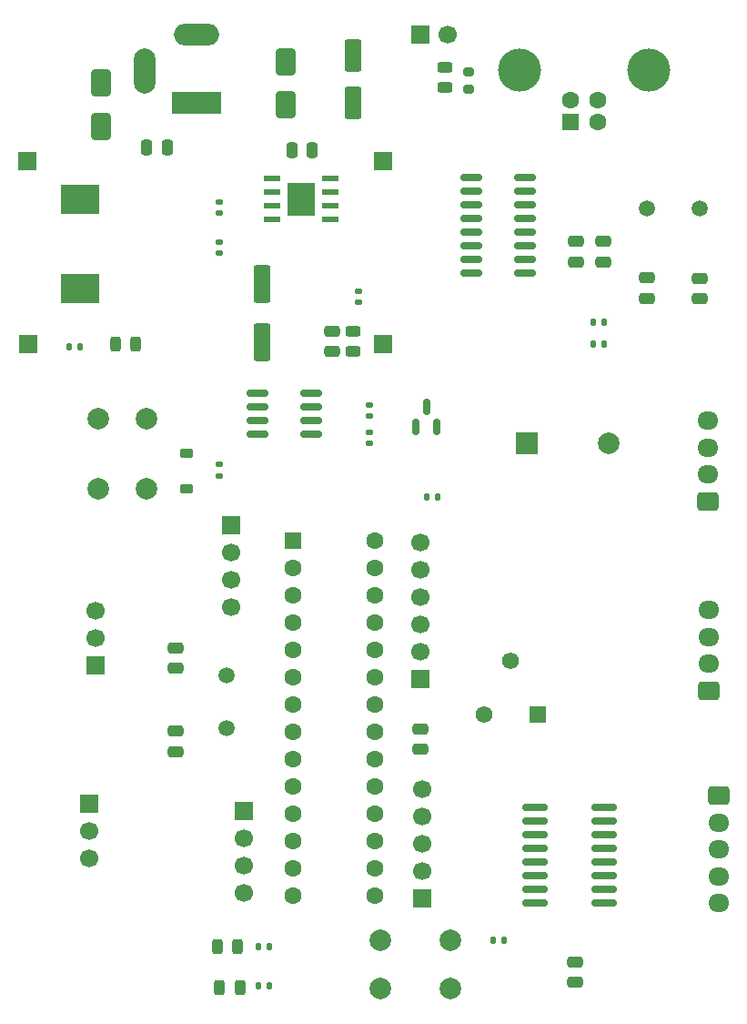
<source format=gbr>
%TF.GenerationSoftware,KiCad,Pcbnew,9.0.2*%
%TF.CreationDate,2025-09-24T13:25:18+05:30*%
%TF.ProjectId,UNO STEMc3.1,554e4f20-5354-4454-9d63-332e312e6b69,rev?*%
%TF.SameCoordinates,Original*%
%TF.FileFunction,Soldermask,Top*%
%TF.FilePolarity,Negative*%
%FSLAX46Y46*%
G04 Gerber Fmt 4.6, Leading zero omitted, Abs format (unit mm)*
G04 Created by KiCad (PCBNEW 9.0.2) date 2025-09-24 13:25:18*
%MOMM*%
%LPD*%
G01*
G04 APERTURE LIST*
G04 Aperture macros list*
%AMRoundRect*
0 Rectangle with rounded corners*
0 $1 Rounding radius*
0 $2 $3 $4 $5 $6 $7 $8 $9 X,Y pos of 4 corners*
0 Add a 4 corners polygon primitive as box body*
4,1,4,$2,$3,$4,$5,$6,$7,$8,$9,$2,$3,0*
0 Add four circle primitives for the rounded corners*
1,1,$1+$1,$2,$3*
1,1,$1+$1,$4,$5*
1,1,$1+$1,$6,$7*
1,1,$1+$1,$8,$9*
0 Add four rect primitives between the rounded corners*
20,1,$1+$1,$2,$3,$4,$5,0*
20,1,$1+$1,$4,$5,$6,$7,0*
20,1,$1+$1,$6,$7,$8,$9,0*
20,1,$1+$1,$8,$9,$2,$3,0*%
G04 Aperture macros list end*
%ADD10RoundRect,0.250000X0.725000X-0.600000X0.725000X0.600000X-0.725000X0.600000X-0.725000X-0.600000X0*%
%ADD11O,1.950000X1.700000*%
%ADD12RoundRect,0.243750X0.456250X-0.243750X0.456250X0.243750X-0.456250X0.243750X-0.456250X-0.243750X0*%
%ADD13RoundRect,0.250000X-0.550000X-0.550000X0.550000X-0.550000X0.550000X0.550000X-0.550000X0.550000X0*%
%ADD14C,1.600000*%
%ADD15RoundRect,0.225000X-0.375000X0.225000X-0.375000X-0.225000X0.375000X-0.225000X0.375000X0.225000X0*%
%ADD16R,1.700000X1.700000*%
%ADD17C,1.700000*%
%ADD18RoundRect,0.135000X0.135000X0.185000X-0.135000X0.185000X-0.135000X-0.185000X0.135000X-0.185000X0*%
%ADD19RoundRect,0.250000X0.475000X-0.250000X0.475000X0.250000X-0.475000X0.250000X-0.475000X-0.250000X0*%
%ADD20R,3.600000X2.700000*%
%ADD21RoundRect,0.243750X-0.243750X-0.456250X0.243750X-0.456250X0.243750X0.456250X-0.243750X0.456250X0*%
%ADD22RoundRect,0.135000X0.185000X-0.135000X0.185000X0.135000X-0.185000X0.135000X-0.185000X-0.135000X0*%
%ADD23RoundRect,0.250000X-0.475000X0.250000X-0.475000X-0.250000X0.475000X-0.250000X0.475000X0.250000X0*%
%ADD24R,1.550000X0.600000*%
%ADD25R,2.600000X3.100000*%
%ADD26RoundRect,0.135000X-0.135000X-0.185000X0.135000X-0.185000X0.135000X0.185000X-0.135000X0.185000X0*%
%ADD27RoundRect,0.135000X-0.185000X0.135000X-0.185000X-0.135000X0.185000X-0.135000X0.185000X0.135000X0*%
%ADD28RoundRect,0.243750X0.243750X0.456250X-0.243750X0.456250X-0.243750X-0.456250X0.243750X-0.456250X0*%
%ADD29R,1.600000X1.600000*%
%ADD30C,4.000000*%
%ADD31R,4.600000X2.000000*%
%ADD32O,4.200000X2.000000*%
%ADD33O,2.000000X4.200000*%
%ADD34C,1.500000*%
%ADD35RoundRect,0.250000X0.250000X0.475000X-0.250000X0.475000X-0.250000X-0.475000X0.250000X-0.475000X0*%
%ADD36C,2.000000*%
%ADD37RoundRect,0.250000X0.650000X-1.000000X0.650000X1.000000X-0.650000X1.000000X-0.650000X-1.000000X0*%
%ADD38RoundRect,0.250000X0.550000X-1.250000X0.550000X1.250000X-0.550000X1.250000X-0.550000X-1.250000X0*%
%ADD39RoundRect,0.250000X-0.250000X-0.475000X0.250000X-0.475000X0.250000X0.475000X-0.250000X0.475000X0*%
%ADD40RoundRect,0.250000X-0.725000X0.600000X-0.725000X-0.600000X0.725000X-0.600000X0.725000X0.600000X0*%
%ADD41R,2.000000X2.000000*%
%ADD42RoundRect,0.150000X0.150000X-0.587500X0.150000X0.587500X-0.150000X0.587500X-0.150000X-0.587500X0*%
%ADD43RoundRect,0.150000X0.825000X0.150000X-0.825000X0.150000X-0.825000X-0.150000X0.825000X-0.150000X0*%
%ADD44RoundRect,0.200000X0.275000X-0.200000X0.275000X0.200000X-0.275000X0.200000X-0.275000X-0.200000X0*%
%ADD45RoundRect,0.150000X-1.050000X-0.150000X1.050000X-0.150000X1.050000X0.150000X-1.050000X0.150000X0*%
%ADD46R,1.560000X1.560000*%
%ADD47C,1.560000*%
%ADD48RoundRect,0.250000X-0.550000X1.500000X-0.550000X-1.500000X0.550000X-1.500000X0.550000X1.500000X0*%
G04 APERTURE END LIST*
D10*
%TO.C,J4*%
X127732114Y-130400000D03*
D11*
X127732114Y-127900000D03*
X127732114Y-125400000D03*
X127732114Y-122900000D03*
%TD*%
D12*
%TO.C,D3*%
X94750000Y-116437500D03*
X94750000Y-114562500D03*
%TD*%
D13*
%TO.C,U6*%
X89130000Y-134060000D03*
D14*
X89130000Y-136600000D03*
X89130000Y-139140000D03*
X89130000Y-141680000D03*
X89130000Y-144220000D03*
X89130000Y-146760000D03*
X89130000Y-149300000D03*
X89130000Y-151840000D03*
X89130000Y-154380000D03*
X89130000Y-156920000D03*
X89130000Y-159460000D03*
X89130000Y-162000000D03*
X89130000Y-164540000D03*
X89130000Y-167080000D03*
X96750000Y-167080000D03*
X96750000Y-164540000D03*
X96750000Y-162000000D03*
X96750000Y-159460000D03*
X96750000Y-156920000D03*
X96750000Y-154380000D03*
X96750000Y-151840000D03*
X96750000Y-149300000D03*
X96750000Y-146760000D03*
X96750000Y-144220000D03*
X96750000Y-141680000D03*
X96750000Y-139140000D03*
X96750000Y-136600000D03*
X96750000Y-134060000D03*
%TD*%
D15*
%TO.C,D5*%
X79250000Y-125950000D03*
X79250000Y-129250000D03*
%TD*%
D16*
%TO.C,J6*%
X84600000Y-159180000D03*
D17*
X84600000Y-161720000D03*
X84600000Y-164260000D03*
X84600000Y-166800000D03*
%TD*%
D18*
%TO.C,R11*%
X108770000Y-171250000D03*
X107750000Y-171250000D03*
%TD*%
%TO.C,R17*%
X69310000Y-116000000D03*
X68290000Y-116000000D03*
%TD*%
D19*
%TO.C,C17*%
X78250000Y-145950000D03*
X78250000Y-144050000D03*
%TD*%
D12*
%TO.C,D4*%
X103250000Y-91937500D03*
X103250000Y-90062500D03*
%TD*%
D20*
%TO.C,L1*%
X69300000Y-102350000D03*
X69300000Y-110650000D03*
%TD*%
D21*
%TO.C,D11*%
X72662500Y-115800000D03*
X74537500Y-115800000D03*
%TD*%
D22*
%TO.C,R3*%
X82250000Y-107347500D03*
X82250000Y-106327500D03*
%TD*%
D23*
%TO.C,C18*%
X78250000Y-151762500D03*
X78250000Y-153662500D03*
%TD*%
%TO.C,C14*%
X122100000Y-109620000D03*
X122100000Y-111520000D03*
%TD*%
D19*
%TO.C,C10*%
X118000000Y-108120000D03*
X118000000Y-106220000D03*
%TD*%
D24*
%TO.C,U2*%
X87200000Y-100395000D03*
X87200000Y-101665000D03*
X87200000Y-102935000D03*
X87200000Y-104205000D03*
X92600000Y-104205000D03*
X92600000Y-102935000D03*
X92600000Y-101665000D03*
X92600000Y-100395000D03*
D25*
X89900000Y-102300000D03*
%TD*%
D26*
%TO.C,R6*%
X117065000Y-115750000D03*
X118085000Y-115750000D03*
%TD*%
D27*
%TO.C,R1*%
X96250000Y-121480000D03*
X96250000Y-122500000D03*
%TD*%
D16*
%TO.C,J15*%
X97500000Y-98750000D03*
%TD*%
D28*
%TO.C,D6*%
X84000000Y-171800000D03*
X82125000Y-171800000D03*
%TD*%
D16*
%TO.C,J7*%
X101200000Y-167360000D03*
D17*
X101200000Y-164820000D03*
X101200000Y-162280000D03*
X101200000Y-159740000D03*
X101200000Y-157200000D03*
%TD*%
D19*
%TO.C,C19*%
X101000000Y-153450000D03*
X101000000Y-151550000D03*
%TD*%
D16*
%TO.C,J14*%
X64500000Y-115750000D03*
%TD*%
D23*
%TO.C,C9*%
X92750000Y-114550000D03*
X92750000Y-116450000D03*
%TD*%
D27*
%TO.C,R9*%
X82250000Y-126990000D03*
X82250000Y-128010000D03*
%TD*%
D29*
%TO.C,J2*%
X115000000Y-95110000D03*
D14*
X117500000Y-95110000D03*
X117500000Y-93110000D03*
X115000000Y-93110000D03*
D30*
X110250000Y-90250000D03*
X122250000Y-90250000D03*
%TD*%
D16*
%TO.C,J9*%
X100960000Y-87000000D03*
D17*
X103500000Y-87000000D03*
%TD*%
D31*
%TO.C,J1*%
X80150000Y-93300000D03*
D32*
X80150000Y-87000000D03*
D33*
X75350000Y-90400000D03*
%TD*%
D34*
%TO.C,Y1*%
X122100000Y-103120000D03*
X126980000Y-103120000D03*
%TD*%
D35*
%TO.C,C2*%
X77450000Y-97500000D03*
X75550000Y-97500000D03*
%TD*%
D36*
%TO.C,SW2*%
X97250000Y-171250000D03*
X103750000Y-171250000D03*
X97250000Y-175750000D03*
X103750000Y-175750000D03*
%TD*%
D37*
%TO.C,D1*%
X88500000Y-93500000D03*
X88500000Y-89500000D03*
%TD*%
D38*
%TO.C,C1*%
X94730000Y-93320000D03*
X94730000Y-88920000D03*
%TD*%
D28*
%TO.C,D10*%
X84200000Y-175600000D03*
X82325000Y-175600000D03*
%TD*%
D16*
%TO.C,J12*%
X97500000Y-115750000D03*
%TD*%
%TO.C,J17*%
X64388474Y-98750000D03*
%TD*%
%TO.C,J10*%
X70800000Y-145680000D03*
D17*
X70800000Y-143140000D03*
X70800000Y-140600000D03*
%TD*%
D23*
%TO.C,C7*%
X115400000Y-173250000D03*
X115400000Y-175150000D03*
%TD*%
%TO.C,C15*%
X126980000Y-109670000D03*
X126980000Y-111570000D03*
%TD*%
D26*
%TO.C,R12*%
X85890000Y-171800000D03*
X86910000Y-171800000D03*
%TD*%
D39*
%TO.C,C5*%
X89050000Y-97750000D03*
X90950000Y-97750000D03*
%TD*%
D26*
%TO.C,R10*%
X101577500Y-130000000D03*
X102597500Y-130000000D03*
%TD*%
D40*
%TO.C,J11*%
X128800000Y-157800000D03*
D11*
X128800000Y-160300000D03*
X128800000Y-162800000D03*
X128800000Y-165300000D03*
X128800000Y-167800000D03*
%TD*%
D34*
%TO.C,Y2*%
X83000000Y-151500000D03*
X83000000Y-146620000D03*
%TD*%
D41*
%TO.C,BZ1*%
X110900000Y-125000000D03*
D36*
X118500000Y-125000000D03*
%TD*%
D26*
%TO.C,R16*%
X85892597Y-175486456D03*
X86912597Y-175486456D03*
%TD*%
D16*
%TO.C,J5*%
X83400000Y-132590000D03*
D17*
X83400000Y-135130000D03*
X83400000Y-137670000D03*
X83400000Y-140210000D03*
%TD*%
D27*
%TO.C,R5*%
X95230000Y-110860000D03*
X95230000Y-111880000D03*
%TD*%
D36*
%TO.C,SW1*%
X75500000Y-122750000D03*
X75500000Y-129250000D03*
X71000000Y-122750000D03*
X71000000Y-129250000D03*
%TD*%
D42*
%TO.C,Q1*%
X100600000Y-123500000D03*
X102500000Y-123500000D03*
X101550000Y-121625000D03*
%TD*%
D10*
%TO.C,J16*%
X127800000Y-148000000D03*
D11*
X127800000Y-145500000D03*
X127800000Y-143000000D03*
X127800000Y-140500000D03*
%TD*%
D43*
%TO.C,U5*%
X110730000Y-109140000D03*
X110730000Y-107870000D03*
X110730000Y-106600000D03*
X110730000Y-105330000D03*
X110730000Y-104060000D03*
X110730000Y-102790000D03*
X110730000Y-101520000D03*
X110730000Y-100250000D03*
X105780000Y-100250000D03*
X105780000Y-101520000D03*
X105780000Y-102790000D03*
X105780000Y-104060000D03*
X105780000Y-105330000D03*
X105780000Y-106600000D03*
X105780000Y-107870000D03*
X105780000Y-109140000D03*
%TD*%
D44*
%TO.C,R8*%
X105500000Y-92075000D03*
X105500000Y-90425000D03*
%TD*%
D45*
%TO.C,U7*%
X111633100Y-158879480D03*
X111633100Y-160149480D03*
X111633100Y-161419480D03*
X111633100Y-162689480D03*
X111633100Y-163959480D03*
X111633100Y-165229480D03*
X111633100Y-166499480D03*
X111633100Y-167769480D03*
X118133100Y-167769480D03*
X118133100Y-166499480D03*
X118133100Y-165229480D03*
X118133100Y-163959480D03*
X118133100Y-162689480D03*
X118133100Y-161419480D03*
X118133100Y-160149480D03*
X118133100Y-158879480D03*
%TD*%
D22*
%TO.C,R4*%
X82250000Y-103597500D03*
X82250000Y-102577500D03*
%TD*%
D18*
%TO.C,R7*%
X118085000Y-113750000D03*
X117065000Y-113750000D03*
%TD*%
D16*
%TO.C,J8*%
X101000000Y-146960000D03*
D17*
X101000000Y-144420000D03*
X101000000Y-141880000D03*
X101000000Y-139340000D03*
X101000000Y-136800000D03*
X101000000Y-134260000D03*
%TD*%
D16*
%TO.C,J13*%
X70200000Y-158520000D03*
D17*
X70200000Y-161060000D03*
X70200000Y-163600000D03*
%TD*%
D43*
%TO.C,U1*%
X90825000Y-124180000D03*
X90825000Y-122910000D03*
X90825000Y-121640000D03*
X90825000Y-120370000D03*
X85875000Y-120370000D03*
X85875000Y-121640000D03*
X85875000Y-122910000D03*
X85875000Y-124180000D03*
%TD*%
D46*
%TO.C,RV1*%
X111900000Y-150200000D03*
D47*
X109400000Y-145200000D03*
X106900000Y-150200000D03*
%TD*%
D27*
%TO.C,R2*%
X96250000Y-123980000D03*
X96250000Y-125000000D03*
%TD*%
D48*
%TO.C,C8*%
X86230000Y-110220000D03*
X86230000Y-115620000D03*
%TD*%
D19*
%TO.C,C16*%
X115480000Y-108120000D03*
X115480000Y-106220000D03*
%TD*%
D37*
%TO.C,D2*%
X71250000Y-95500000D03*
X71250000Y-91500000D03*
%TD*%
M02*

</source>
